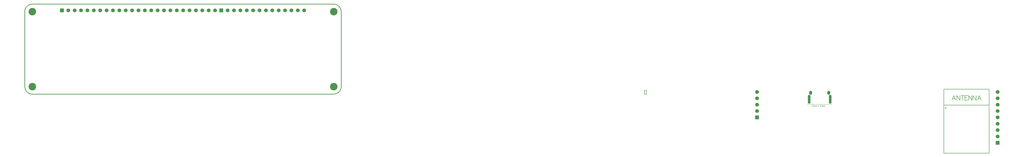
<source format=gbl>
G04*
G04 #@! TF.GenerationSoftware,Altium Limited,Altium Designer,18.1.9 (240)*
G04*
G04 Layer_Physical_Order=2*
G04 Layer_Color=16711680*
%FSLAX44Y44*%
%MOMM*%
G71*
G01*
G75*
%ADD10C,0.3000*%
%ADD15C,0.1270*%
%ADD16C,0.2540*%
%ADD18C,0.1000*%
%ADD19C,0.1984*%
%ADD63R,1.5000X1.5000*%
%ADD64C,1.5000*%
%ADD65R,1.5000X1.5000*%
%ADD66R,1.1000X1.1000*%
%ADD67O,1.2000X1.6000*%
%ADD68O,1.1000X1.8000*%
%ADD69C,3.0000*%
D10*
X3963180Y829620D02*
G03*
X3963180Y829620I-1000J0D01*
G01*
D15*
X3955350Y841740D02*
X4134550D01*
X3954950Y649740D02*
Y904740D01*
Y649740D02*
X4134950D01*
Y904740D01*
X3954950D02*
X4134950D01*
X2763330Y885190D02*
Y901190D01*
X2771330Y885190D02*
Y901190D01*
X2763330D02*
X2771330D01*
X2763330Y885190D02*
X2771330D01*
D16*
X1526500Y885220D02*
G03*
X1556500Y915220I0J30000D01*
G01*
X296500D02*
G03*
X326500Y885220I30000J0D01*
G01*
Y1245220D02*
G03*
X296500Y1215220I0J-30000D01*
G01*
X1556500D02*
G03*
X1526500Y1245220I-30000J0D01*
G01*
X326500Y885220D02*
X1526500D01*
X296500Y915220D02*
Y1215220D01*
X326500Y1245220D02*
X1526500D01*
X1556500Y915220D02*
Y1215220D01*
D18*
X3410750Y845280D02*
X3510750D01*
X3432810Y841928D02*
Y836930D01*
X3435309D01*
X3436142Y837763D01*
Y838596D01*
X3435309Y839429D01*
X3432810D01*
X3435309D01*
X3436142Y840262D01*
Y841095D01*
X3435309Y841928D01*
X3432810D01*
X3438641Y836930D02*
X3440308D01*
X3441141Y837763D01*
Y839429D01*
X3440308Y840262D01*
X3438641D01*
X3437809Y839429D01*
Y837763D01*
X3438641Y836930D01*
X3443640Y840262D02*
X3445306D01*
X3446139Y839429D01*
Y836930D01*
X3443640D01*
X3442807Y837763D01*
X3443640Y838596D01*
X3446139D01*
X3447805Y840262D02*
Y836930D01*
Y838596D01*
X3448638Y839429D01*
X3449471Y840262D01*
X3450304D01*
X3456136Y841928D02*
Y836930D01*
X3453636D01*
X3452804Y837763D01*
Y839429D01*
X3453636Y840262D01*
X3456136D01*
X3466133Y841928D02*
X3462800D01*
Y836930D01*
X3466133D01*
X3462800Y839429D02*
X3464466D01*
X3471131Y841928D02*
Y836930D01*
X3468632D01*
X3467798Y837763D01*
Y839429D01*
X3468632Y840262D01*
X3471131D01*
X3474463Y835264D02*
X3475296D01*
X3476129Y836097D01*
Y840262D01*
X3473630D01*
X3472797Y839429D01*
Y837763D01*
X3473630Y836930D01*
X3476129D01*
X3480294D02*
X3478628D01*
X3477795Y837763D01*
Y839429D01*
X3478628Y840262D01*
X3480294D01*
X3481128Y839429D01*
Y838596D01*
X3477795D01*
D19*
X4001984Y861249D02*
X3994842Y879995D01*
X3987701Y861249D01*
X3990379Y867498D02*
X3999306D01*
X4006358Y879995D02*
Y861249D01*
Y879995D02*
X4018855Y861249D01*
Y879995D02*
Y861249D01*
X4030281Y879995D02*
Y861249D01*
X4024033Y879995D02*
X4036530D01*
X4050366D02*
X4038762D01*
Y861249D01*
X4050366D01*
X4038762Y871069D02*
X4045903D01*
X4053490Y879995D02*
Y861249D01*
Y879995D02*
X4065988Y861249D01*
Y879995D02*
Y861249D01*
X4071165Y879995D02*
Y861249D01*
Y879995D02*
X4083663Y861249D01*
Y879995D02*
Y861249D01*
X4103123D02*
X4095981Y879995D01*
X4088840Y861249D01*
X4091518Y867498D02*
X4100445D01*
D63*
X444500Y1220470D02*
D03*
X1079100Y1220470D02*
D03*
D64*
X469900Y1220470D02*
D03*
X495300D02*
D03*
X520700D02*
D03*
X546100D02*
D03*
X571500D02*
D03*
X596900D02*
D03*
X622300D02*
D03*
X647700D02*
D03*
X673100D02*
D03*
X698500D02*
D03*
X723900D02*
D03*
X749300D02*
D03*
X774700D02*
D03*
X800100D02*
D03*
X825500D02*
D03*
X850900D02*
D03*
X876300D02*
D03*
X901700D02*
D03*
X927100D02*
D03*
X952500D02*
D03*
X977900D02*
D03*
X1003300D02*
D03*
X1028700D02*
D03*
X1054100D02*
D03*
X1409300Y1220470D02*
D03*
X1383900D02*
D03*
X1358500D02*
D03*
X1333100D02*
D03*
X1307700D02*
D03*
X1282300D02*
D03*
X1256900D02*
D03*
X1231500D02*
D03*
X1206100D02*
D03*
X1180700D02*
D03*
X1155300D02*
D03*
X1129900D02*
D03*
X1104500D02*
D03*
X4169410Y741680D02*
D03*
Y767080D02*
D03*
Y792480D02*
D03*
Y817880D02*
D03*
Y843280D02*
D03*
Y868680D02*
D03*
Y894080D02*
D03*
Y716280D02*
D03*
X3211830Y894080D02*
D03*
Y868680D02*
D03*
Y843280D02*
D03*
Y817880D02*
D03*
D65*
X4169410Y690880D02*
D03*
X3211830Y792480D02*
D03*
D66*
X3503000Y869650D02*
D03*
Y860410D02*
D03*
X3418500D02*
D03*
Y869650D02*
D03*
D67*
X3424750Y890780D02*
D03*
X3496750D02*
D03*
D68*
X3418500Y873780D02*
D03*
Y856280D02*
D03*
X3503000D02*
D03*
Y873780D02*
D03*
D69*
X326500Y1215220D02*
D03*
X1526500D02*
D03*
Y915220D02*
D03*
X326500D02*
D03*
M02*

</source>
